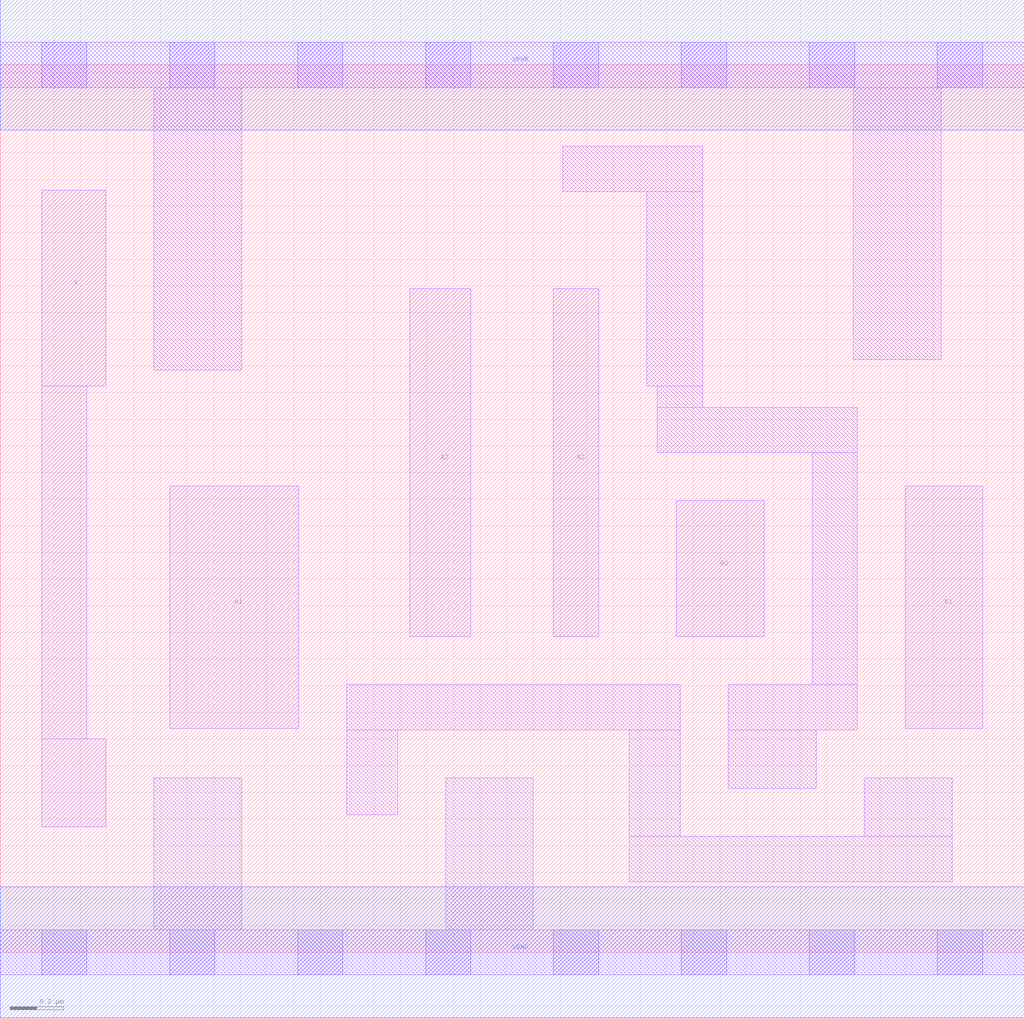
<source format=lef>
# Copyright 2020 The SkyWater PDK Authors
#
# Licensed under the Apache License, Version 2.0 (the "License");
# you may not use this file except in compliance with the License.
# You may obtain a copy of the License at
#
#     https://www.apache.org/licenses/LICENSE-2.0
#
# Unless required by applicable law or agreed to in writing, software
# distributed under the License is distributed on an "AS IS" BASIS,
# WITHOUT WARRANTIES OR CONDITIONS OF ANY KIND, either express or implied.
# See the License for the specific language governing permissions and
# limitations under the License.
#
# SPDX-License-Identifier: Apache-2.0

VERSION 5.7 ;
  NAMESCASESENSITIVE ON ;
  NOWIREEXTENSIONATPIN ON ;
  DIVIDERCHAR "/" ;
  BUSBITCHARS "[]" ;
UNITS
  DATABASE MICRONS 200 ;
END UNITS
MACRO sky130_fd_sc_lp__o32a_m
  CLASS CORE ;
  SOURCE USER ;
  FOREIGN sky130_fd_sc_lp__o32a_m ;
  ORIGIN  0.000000  0.000000 ;
  SIZE  3.840000 BY  3.330000 ;
  SYMMETRY X Y R90 ;
  SITE unit ;
  PIN A1
    ANTENNAGATEAREA  0.126000 ;
    DIRECTION INPUT ;
    USE SIGNAL ;
    PORT
      LAYER li1 ;
        RECT 0.635000 0.840000 1.120000 1.750000 ;
    END
  END A1
  PIN A2
    ANTENNAGATEAREA  0.126000 ;
    DIRECTION INPUT ;
    USE SIGNAL ;
    PORT
      LAYER li1 ;
        RECT 1.535000 1.185000 1.765000 2.490000 ;
    END
  END A2
  PIN A3
    ANTENNAGATEAREA  0.126000 ;
    DIRECTION INPUT ;
    USE SIGNAL ;
    PORT
      LAYER li1 ;
        RECT 2.075000 1.185000 2.245000 2.490000 ;
    END
  END A3
  PIN B1
    ANTENNAGATEAREA  0.126000 ;
    DIRECTION INPUT ;
    USE SIGNAL ;
    PORT
      LAYER li1 ;
        RECT 3.395000 0.840000 3.685000 1.750000 ;
    END
  END B1
  PIN B2
    ANTENNAGATEAREA  0.126000 ;
    DIRECTION INPUT ;
    USE SIGNAL ;
    PORT
      LAYER li1 ;
        RECT 2.535000 1.185000 2.865000 1.695000 ;
    END
  END B2
  PIN X
    ANTENNADIFFAREA  0.222600 ;
    DIRECTION OUTPUT ;
    USE SIGNAL ;
    PORT
      LAYER li1 ;
        RECT 0.155000 0.470000 0.395000 0.800000 ;
        RECT 0.155000 0.800000 0.325000 2.125000 ;
        RECT 0.155000 2.125000 0.395000 2.860000 ;
    END
  END X
  PIN VGND
    DIRECTION INOUT ;
    USE GROUND ;
    PORT
      LAYER met1 ;
        RECT 0.000000 -0.245000 3.840000 0.245000 ;
    END
  END VGND
  PIN VPWR
    DIRECTION INOUT ;
    USE POWER ;
    PORT
      LAYER met1 ;
        RECT 0.000000 3.085000 3.840000 3.575000 ;
    END
  END VPWR
  OBS
    LAYER li1 ;
      RECT 0.000000 -0.085000 3.840000 0.085000 ;
      RECT 0.000000  3.245000 3.840000 3.415000 ;
      RECT 0.575000  0.085000 0.905000 0.655000 ;
      RECT 0.575000  2.185000 0.905000 3.245000 ;
      RECT 1.300000  0.515000 1.490000 0.835000 ;
      RECT 1.300000  0.835000 2.550000 1.005000 ;
      RECT 1.670000  0.085000 2.000000 0.655000 ;
      RECT 2.110000  2.855000 2.635000 3.025000 ;
      RECT 2.360000  0.265000 3.570000 0.435000 ;
      RECT 2.360000  0.435000 2.550000 0.835000 ;
      RECT 2.425000  2.125000 2.635000 2.855000 ;
      RECT 2.465000  1.875000 3.215000 2.045000 ;
      RECT 2.465000  2.045000 2.635000 2.125000 ;
      RECT 2.730000  0.615000 3.060000 0.835000 ;
      RECT 2.730000  0.835000 3.215000 1.005000 ;
      RECT 3.045000  1.005000 3.215000 1.875000 ;
      RECT 3.200000  2.225000 3.530000 3.245000 ;
      RECT 3.240000  0.435000 3.570000 0.655000 ;
    LAYER mcon ;
      RECT 0.155000 -0.085000 0.325000 0.085000 ;
      RECT 0.155000  3.245000 0.325000 3.415000 ;
      RECT 0.635000 -0.085000 0.805000 0.085000 ;
      RECT 0.635000  3.245000 0.805000 3.415000 ;
      RECT 1.115000 -0.085000 1.285000 0.085000 ;
      RECT 1.115000  3.245000 1.285000 3.415000 ;
      RECT 1.595000 -0.085000 1.765000 0.085000 ;
      RECT 1.595000  3.245000 1.765000 3.415000 ;
      RECT 2.075000 -0.085000 2.245000 0.085000 ;
      RECT 2.075000  3.245000 2.245000 3.415000 ;
      RECT 2.555000 -0.085000 2.725000 0.085000 ;
      RECT 2.555000  3.245000 2.725000 3.415000 ;
      RECT 3.035000 -0.085000 3.205000 0.085000 ;
      RECT 3.035000  3.245000 3.205000 3.415000 ;
      RECT 3.515000 -0.085000 3.685000 0.085000 ;
      RECT 3.515000  3.245000 3.685000 3.415000 ;
  END
END sky130_fd_sc_lp__o32a_m

</source>
